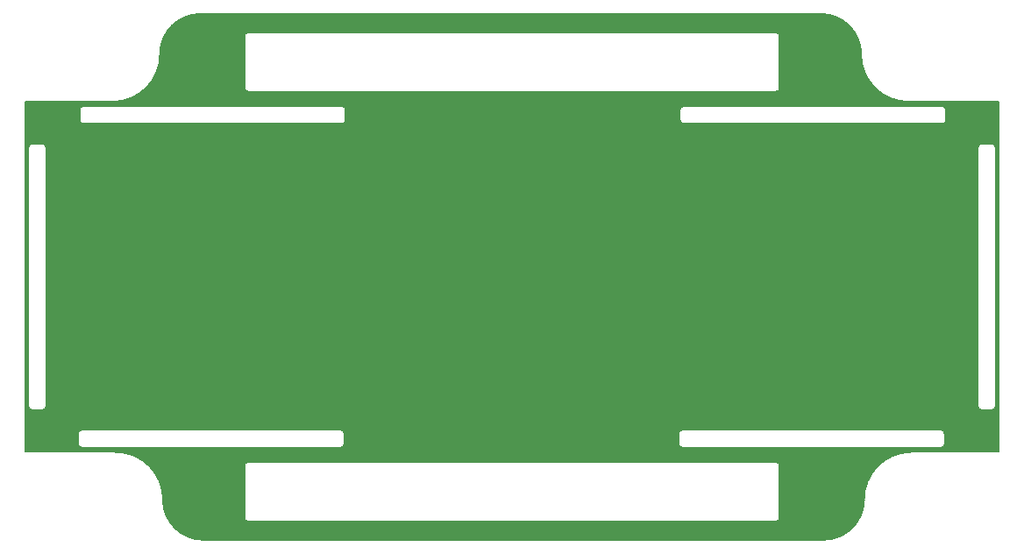
<source format=gbl>
G04 Layer: BottomLayer*
G04 EasyEDA Pro v1.7.27, 2022-08-27 15:43:21*
G04 Gerber Generator version 0.3*
G04 Scale: 100 percent, Rotated: No, Reflected: No*
G04 Dimensions in millimeters*
G04 Leading zeros omitted, absolute positions, 3 integers and 3 decimals*
%FSLAX33Y33*%
%MOMM*%
%ADD999C,0.2032*%
G75*


G04 Copper Start*
G36*
G01X17527Y367D02*
G02X13644Y4170I0J3884D01*
G03X13654Y4251I-349J81D01*
G03X9106Y8851I-4600J0D01*
G01X9102Y8852D01*
G03X9000Y8867I-102J-343D01*
G01X358D01*
G01Y42651D01*
G01X8763Y42648D01*
G03X8882Y42668I0J358D01*
G03X13364Y47267I-118J4599D01*
G03X13359Y47330I-358J-0D01*
G02X17242Y51151I3883J-63D01*
G01X77173D01*
G02X81056Y47348I-0J-3884D01*
G03X81046Y47267I349J-81D01*
G03X85603Y42667I4600J0D01*
G01X85641Y42658D01*
G03X85725Y42648I84J348D01*
G01X94342Y42651D01*
G01Y8867D01*
G01X85937Y8870D01*
G03X85818Y8850I0J-358D01*
G03X81336Y4251I118J-4599D01*
G03X81341Y4188I358J0D01*
G02X77458Y367I-3883J63D01*
G01X17527D01*
G37*
%LPC*%
G36*
G01X72850Y43651D02*
G03X73208Y44009I0J358D01*
G01Y49009D01*
G03X72850Y49367I-358J0D01*
G01X21850D01*
G03X21492Y49009I0J-358D01*
G01Y44009D01*
G03X21850Y43651I358J0D01*
G01X72850D01*
G37*
G36*
G01X72850Y2151D02*
G03X73208Y2509I0J358D01*
G01Y7509D01*
G03X72850Y7867I-358J0D01*
G01X21850D01*
G03X21492Y7509I0J-358D01*
G01Y2509D01*
G03X21850Y2151I358J0D01*
G01X72850D01*
G37*
G36*
G01X93700Y12901D02*
G03X94058Y13259I0J358D01*
G01Y38259D01*
G03X93700Y38617I-358J0D01*
G01X92700D01*
G03X92342Y38259I0J-358D01*
G01Y13259D01*
G03X92700Y12901I358J0D01*
G01X93700D01*
G37*
G36*
G01X30785Y9265D02*
G03X31143Y9623I0J358D01*
G01Y10623D01*
G03X30785Y10981I-358J0D01*
G01X5785D01*
G03X5427Y10623I0J-358D01*
G01Y9623D01*
G03X5785Y9265I358J0D01*
G01X30785D01*
G37*
G36*
G01X88775Y9265D02*
G03X89133Y9623I0J358D01*
G01Y10623D01*
G03X88775Y10981I-358J0D01*
G01X63775D01*
G03X63417Y10623I0J-358D01*
G01Y9623D01*
G03X63775Y9265I358J0D01*
G01X88775D01*
G37*
G36*
G01X642Y13259D02*
G03X1000Y12901I358J0D01*
G01X2000D01*
G03X2358Y13259I0J358D01*
G01Y38259D01*
G03X2000Y38617I-358J0D01*
G01X1000D01*
G03X642Y38259I0J-358D01*
G01Y13259D01*
G37*
G36*
G01X88915Y40537D02*
G03X89273Y40895I0J358D01*
G01Y41895D01*
G03X88915Y42253I-358J0D01*
G01X63915D01*
G03X63557Y41895I0J-358D01*
G01Y40895D01*
G03X63915Y40537I358J0D01*
G01X88915D01*
G37*
G36*
G01X5567Y40895D02*
G03X5925Y40537I358J0D01*
G01X30925D01*
G03X31283Y40895I0J358D01*
G01Y41895D01*
G03X30925Y42253I-358J0D01*
G01X5925D01*
G03X5567Y41895I0J-358D01*
G01Y40895D01*
G37*
%LPD*%
G54D999*
G01X17527Y367D02*
G02X13644Y4170I0J3884D01*
G03X13654Y4251I-349J81D01*
G03X9106Y8851I-4600J0D01*
G01X9102Y8852D01*
G03X9000Y8867I-102J-343D01*
G01X358D01*
G01Y42651D01*
G01X8763Y42648D01*
G03X8882Y42668I0J358D01*
G03X13364Y47267I-118J4599D01*
G03X13359Y47330I-358J-0D01*
G02X17242Y51151I3883J-63D01*
G01X77173D01*
G02X81056Y47348I-0J-3884D01*
G03X81046Y47267I349J-81D01*
G03X85603Y42667I4600J0D01*
G01X85641Y42658D01*
G03X85725Y42648I84J348D01*
G01X94342Y42651D01*
G01Y8867D01*
G01X85937Y8870D01*
G03X85818Y8850I0J-358D01*
G03X81336Y4251I118J-4599D01*
G03X81341Y4188I358J0D01*
G02X77458Y367I-3883J63D01*
G01X17527D01*
G01X72850Y43651D02*
G03X73208Y44009I0J358D01*
G01Y49009D01*
G03X72850Y49367I-358J0D01*
G01X21850D01*
G03X21492Y49009I0J-358D01*
G01Y44009D01*
G03X21850Y43651I358J0D01*
G01X72850D01*
G01X72850Y2151D02*
G03X73208Y2509I0J358D01*
G01Y7509D01*
G03X72850Y7867I-358J0D01*
G01X21850D01*
G03X21492Y7509I0J-358D01*
G01Y2509D01*
G03X21850Y2151I358J0D01*
G01X72850D01*
G01X93700Y12901D02*
G03X94058Y13259I0J358D01*
G01Y38259D01*
G03X93700Y38617I-358J0D01*
G01X92700D01*
G03X92342Y38259I0J-358D01*
G01Y13259D01*
G03X92700Y12901I358J0D01*
G01X93700D01*
G01X30785Y9265D02*
G03X31143Y9623I0J358D01*
G01Y10623D01*
G03X30785Y10981I-358J0D01*
G01X5785D01*
G03X5427Y10623I0J-358D01*
G01Y9623D01*
G03X5785Y9265I358J0D01*
G01X30785D01*
G01X88775Y9265D02*
G03X89133Y9623I0J358D01*
G01Y10623D01*
G03X88775Y10981I-358J0D01*
G01X63775D01*
G03X63417Y10623I0J-358D01*
G01Y9623D01*
G03X63775Y9265I358J0D01*
G01X88775D01*
G01X642Y13259D02*
G03X1000Y12901I358J0D01*
G01X2000D01*
G03X2358Y13259I0J358D01*
G01Y38259D01*
G03X2000Y38617I-358J0D01*
G01X1000D01*
G03X642Y38259I0J-358D01*
G01Y13259D01*
G01X88915Y40537D02*
G03X89273Y40895I0J358D01*
G01Y41895D01*
G03X88915Y42253I-358J0D01*
G01X63915D01*
G03X63557Y41895I0J-358D01*
G01Y40895D01*
G03X63915Y40537I358J0D01*
G01X88915D01*
G01X5567Y40895D02*
G03X5925Y40537I358J0D01*
G01X30925D01*
G03X31283Y40895I0J358D01*
G01Y41895D01*
G03X30925Y42253I-358J0D01*
G01X5925D01*
G03X5567Y41895I0J-358D01*
G01Y40895D01*
G04 Copper End*

M02*

</source>
